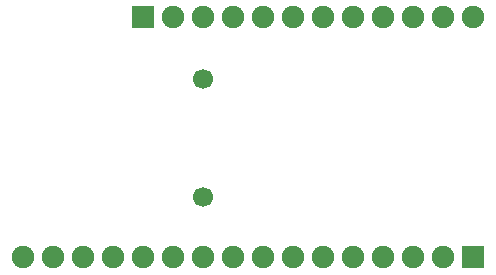
<source format=gbr>
G04 DipTrace 3.1.0.1*
G04 BottomMask.gbr*
%MOIN*%
G04 #@! TF.FileFunction,Soldermask,Bot*
G04 #@! TF.Part,Single*
%ADD20C,0.066929*%
%ADD44C,0.074803*%
%ADD45R,0.074803X0.074803*%
%FSLAX26Y26*%
G04*
G70*
G90*
G75*
G01*
G04 BotMask*
%LPD*%
D45*
X1954725Y443701D3*
D44*
X1854725D3*
X1754725D3*
X1654725D3*
X1554725D3*
X1454725D3*
X1354725D3*
X1254725D3*
X1154725D3*
X1054725D3*
X954725D3*
X854725D3*
X754725D3*
X654725D3*
X554725D3*
X454725D3*
D45*
X854725Y1243701D3*
D44*
X954725D3*
X1054725D3*
X1154725D3*
X1254725D3*
X1354725D3*
X1454725D3*
X1554725D3*
X1654725D3*
X1754725D3*
X1854725D3*
X1954725D3*
D20*
X1054725Y643701D3*
Y1037402D3*
M02*

</source>
